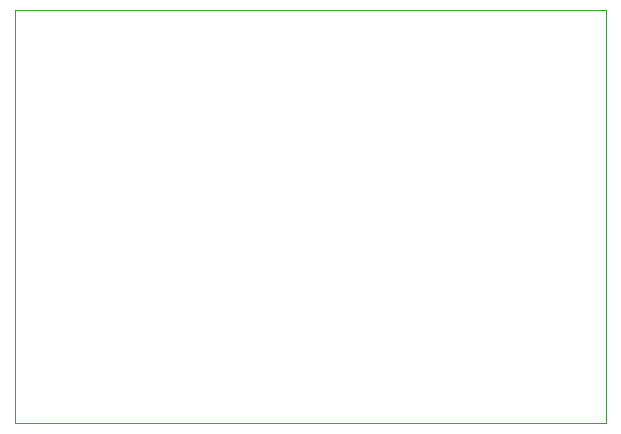
<source format=gbr>
%TF.GenerationSoftware,KiCad,Pcbnew,(5.1.8-0-10_14)*%
%TF.CreationDate,2021-10-25T10:27:17-04:00*%
%TF.ProjectId,Exposure-control,4578706f-7375-4726-952d-636f6e74726f,rev?*%
%TF.SameCoordinates,PX97fa40PY44b2ea0*%
%TF.FileFunction,Profile,NP*%
%FSLAX46Y46*%
G04 Gerber Fmt 4.6, Leading zero omitted, Abs format (unit mm)*
G04 Created by KiCad (PCBNEW (5.1.8-0-10_14)) date 2021-10-25 10:27:17*
%MOMM*%
%LPD*%
G01*
G04 APERTURE LIST*
%TA.AperFunction,Profile*%
%ADD10C,0.050000*%
%TD*%
G04 APERTURE END LIST*
D10*
X40000Y36000D02*
X40000Y35036000D01*
X50040000Y36000D02*
X40000Y36000D01*
X50040000Y35036000D02*
X50040000Y36000D01*
X40000Y35036000D02*
X50040000Y35036000D01*
M02*

</source>
